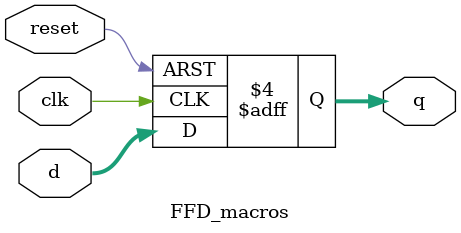
<source format=sv>
module FFD_macros //`define POS_RESET
#(
parameter WD = 2
)
(
input logic [WD-1:0] 	d,
input logic 		clk, reset,
output logic [WD-1:0] 	q
);

`ifdef POS_RESET

	always @(posedge clk, posedge reset)
	begin
		if(reset) 	q<=0;
		else begin
			if(clk)	q<=d;
		end
	end
	
	initial $display("ACHTUNG-->reset is posedge enabled");

`else	
	always@(posedge clk, negedge reset)
	begin
		if(!reset) 	q<=0;
		else begin
			if(clk)	q<=d;
		end
	end	
	initial $display("ACHTUNG-->reset is negedge enabled");
	//initial $printtimescale(FFD_macros);
`endif
endmodule

</source>
